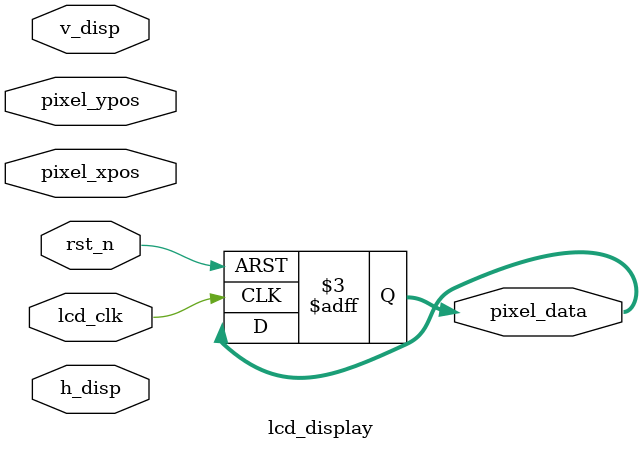
<source format=v>
module lcd_display(
    input                lcd_clk,
    input                rst_n,       //复位，低电平有效
    
//    input           [9:0] x_min_i,
//    input           [9:0] x_max_i,
//    input           [9:0] y_min_i,
//    input           [9:0] y_max_i,
//    
//    input           [15:0] data_i,
    
    
    
    input        [10:0]  pixel_xpos,  //当前像素点横坐标
    input        [10:0]  pixel_ypos,  //当前像素点纵坐标  
    input        [10:0]  h_disp,      //LCD屏水平分辨率
    input        [10:0]  v_disp,      //LCD屏垂直分辨率       
    output  reg  [15:0]  pixel_data   //像素数据
);


//parameter define  
parameter WHITE = 16'b11111_111111_11111;  //白色
parameter BLACK = 16'b00000_000000_00000;  //黑色
parameter RED   = 16'b11111_000000_00000;  //红色
parameter GREEN = 16'b00000_111111_00000;  //绿色
parameter BLUE  = 16'b00000_000000_11111;  //蓝色

//根据当前像素点坐标指定当前像素点颜色数据，在屏幕上显示彩条
always @(posedge lcd_clk or negedge rst_n) begin
    if(!rst_n)
        pixel_data <= BLACK;
    else begin
//        if(pixel_ypos == 10 && pixel_xpos >= 20 && pixel_xpos <= 500)
//            pixel_data <= BLUE;
//        else if(pixel_ypos == 50 && pixel_xpos >= 20 && pixel_xpos <= 500)
//            pixel_data <= BLUE;
//        else if(pixel_xpos == 20 && pixel_xpos >= 10 && pixel_xpos <= 50)
//            pixel_data <= BLUE;
//        else if(pixel_xpos == 500 && pixel_xpos >= 10 && pixel_xpos <= 50)
//            pixel_data <= BLUE;   
//        else 
//            pixel_data <= data_i;
    
    
//        if(pixel_ypos == y_min_i && pixel_xpos >= x_min_i && pixel_xpos <= x_max_i)
//            pixel_data <= BLUE;
//        else if(pixel_ypos == y_max_i && pixel_xpos >= x_min_i && pixel_xpos <= x_max_i)
//            pixel_data <= BLUE;
//        else if(pixel_xpos == x_min_i && pixel_xpos >= y_min_i && pixel_xpos <= y_max_i)
//            pixel_data <= BLUE;
//        else if(pixel_xpos == x_max_i && pixel_xpos >= y_min_i && pixel_xpos <= y_max_i)
//            pixel_data <= BLUE;   
//        else 
//            pixel_data <= data_i;
//            
//        if((pixel_xpos >= 11'd0) && (pixel_xpos < h_disp/5*1))
//            pixel_data <= WHITE;
//        else if((pixel_xpos >= h_disp/5*1) && (pixel_xpos < h_disp/5*2))    
//            pixel_data <= BLACK;
//        else if((pixel_xpos >= h_disp/5*2) && (pixel_xpos < h_disp/5*3))    
//            pixel_data <= RED;   
//        else if((pixel_xpos >= h_disp/5*3) && (pixel_xpos < h_disp/5*4))    
//            pixel_data <= GREEN;                
//        else 
//            pixel_data <= BLUE;      
    end    
end
  
endmodule

</source>
